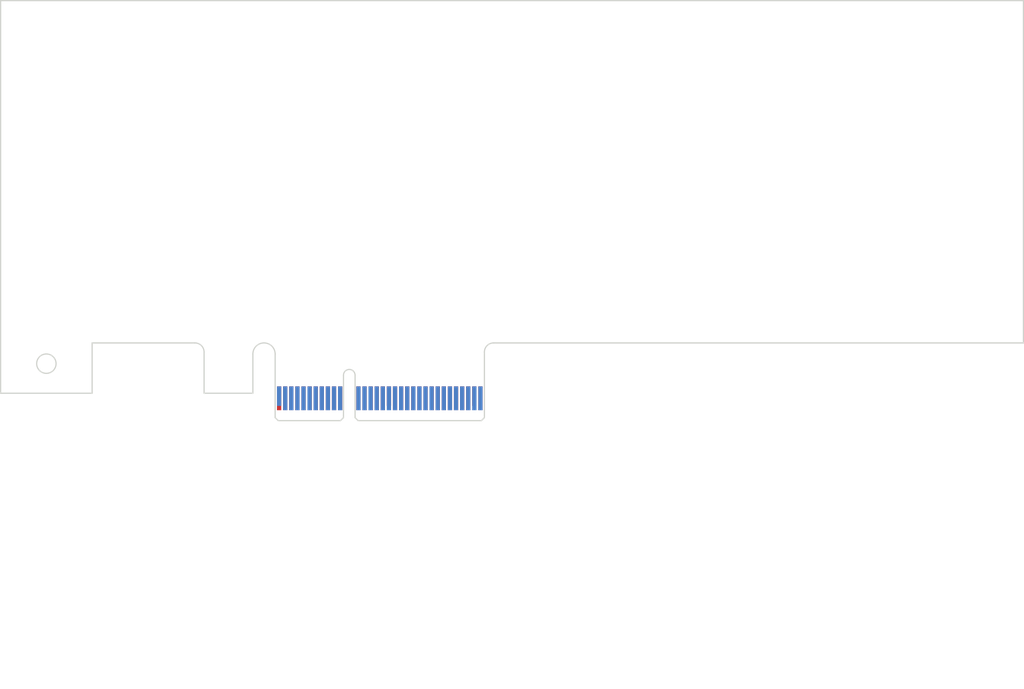
<source format=kicad_pcb>
(kicad_pcb (version 20211014) (generator pcbnew)
  (layers (0 "F.Cu" signal) (31 "B.Cu" signal) (34 "B.Paste" user) (35 "F.Paste" user) (36 "B.SilkS" user "B.Silkscreen") (37 "F.SilkS" user "F.Silkscreen") (38 "B.Mask" user) (39 "F.Mask" user) (44 "Edge.Cuts" user))
  (net 0 "")
  (net 1 "/~{PRSNT}")
  (net 2 "/+12V")
  (net 3 "GND")
  (net 4 "/JTAG_TCK")
  (net 5 "/JTAG_TDI")
  (net 6 "/JTAG_TDO")
  (net 7 "/JTAG_TMS")
  (net 8 "/+3V3")
  (net 9 "/~{PERST}")
  (net 10 "/RefClk_P")
  (net 11 "/RefClk_N")
  (net 12 "/PER0_P")
  (net 13 "/PER0_N")
  (net 14 "/SMCLK")
  (net 15 "/SMDAT")
  (net 16 "/+3V3_aux")
  (net 17 "/~{Wake}")
  (net 18 "/~{CLKREQ}")
  (net 19 "/PET0_P")
  (net 20 "/PET0_N")
  (net 22 "/PER1_P")
  (net 23 "/PER1_N")
  (net 24 "/PER2_P")
  (net 25 "/PER2_N")
  (net 26 "/PER3_P")
  (net 27 "/PER3_N")
  (net 29 "/~{JTAG_TRST}")
  (net 31 "/PET1_P")
  (net 32 "/PET1_N")
  (net 33 "/PET2_P")
  (net 34 "/PET2_N")
  (net 35 "/PET3_P")
  (net 36 "/PET3_N")
  (footprint "Connector_PCIe:PCIe_x4_GoldFinger" (layer "B.Cu") (at 105.525 125.485 180)
    (fp_text reference "P1" hide)
    (fp_text value "PCIe_x4_Goldfinger")
    (pad "A1" smd rect locked (at 11.5 2.355 180) (size 0.7 3.2) (layers "B.Cu" "B.Mask") (net 1 "/~{PRSNT}"))
    (pad "A2" smd rect locked (at 10.5 2 180) (size 0.7 3.91) (layers "B.Cu" "B.Mask") (net 2 "/+12V"))
    (pad "A3" smd rect locked (at 9.5 2 180) (size 0.7 3.91) (layers "B.Cu" "B.Mask") (net 2 "/+12V"))
    (pad "A4" smd rect locked (at 8.5 2 180) (size 0.7 3.91) (layers "B.Cu" "B.Mask") (net 3 "GND"))
    (pad "A5" smd rect locked (at 7.5 2 180) (size 0.7 3.91) (layers "B.Cu" "B.Mask") (net 4 "/JTAG_TCK"))
    (pad "A6" smd rect locked (at 6.5 2 180) (size 0.7 3.91) (layers "B.Cu" "B.Mask") (net 5 "/JTAG_TDI"))
    (pad "A7" smd rect locked (at 5.5 2 180) (size 0.7 3.91) (layers "B.Cu" "B.Mask") (net 6 "/JTAG_TDO"))
    (pad "A8" smd rect locked (at 4.5 2 180) (size 0.7 3.91) (layers "B.Cu" "B.Mask") (net 7 "/JTAG_TMS"))
    (pad "A9" smd rect locked (at 3.5 2 180) (size 0.7 3.91) (layers "B.Cu" "B.Mask") (net 8 "/+3V3"))
    (pad "A10" smd rect locked (at 2.5 2 180) (size 0.7 3.91) (layers "B.Cu" "B.Mask") (net 8 "/+3V3"))
    (pad "A11" smd rect locked (at 1.5 2 180) (size 0.7 3.91) (layers "B.Cu" "B.Mask") (net 9 "/~{PERST}"))
    (pad "A12" smd rect locked (at -1.5 2 180) (size 0.7 3.91) (layers "B.Cu" "B.Mask") (net 3 "GND"))
    (pad "A13" smd rect locked (at -2.5 2 180) (size 0.7 3.91) (layers "B.Cu" "B.Mask") (net 10 "/RefClk_P"))
    (pad "A14" smd rect locked (at -3.5 2 180) (size 0.7 3.91) (layers "B.Cu" "B.Mask") (net 11 "/RefClk_N"))
    (pad "A15" smd rect locked (at -4.5 2 180) (size 0.7 3.91) (layers "B.Cu" "B.Mask") (net 3 "GND"))
    (pad "A16" smd rect locked (at -5.5 2 180) (size 0.7 3.91) (layers "B.Cu" "B.Mask") (net 12 "/PER0_P"))
    (pad "A17" smd rect locked (at -6.5 2 180) (size 0.7 3.91) (layers "B.Cu" "B.Mask") (net 13 "/PER0_N"))
    (pad "A18" smd rect locked (at -7.5 2 180) (size 0.7 3.91) (layers "B.Cu" "B.Mask") (net 3 "GND"))
    (pad "A19" smd rect locked (at -8.5 2 180) (size 0.7 3.91) (layers "B.Cu" "B.Mask"))
    (pad "A20" smd rect locked (at -9.5 2 180) (size 0.7 3.91) (layers "B.Cu" "B.Mask") (net 3 "GND"))
    (pad "A21" smd rect locked (at -10.5 2 180) (size 0.7 3.91) (layers "B.Cu" "B.Mask") (net 22 "/PER1_P"))
    (pad "A22" smd rect locked (at -11.5 2 180) (size 0.7 3.91) (layers "B.Cu" "B.Mask") (net 23 "/PER1_N"))
    (pad "A23" smd rect locked (at -12.5 2 180) (size 0.7 3.91) (layers "B.Cu" "B.Mask") (net 3 "GND"))
    (pad "A24" smd rect locked (at -13.5 2 180) (size 0.7 3.91) (layers "B.Cu" "B.Mask") (net 3 "GND"))
    (pad "A25" smd rect locked (at -14.5 2 180) (size 0.7 3.91) (layers "B.Cu" "B.Mask") (net 24 "/PER2_P"))
    (pad "A26" smd rect locked (at -15.5 2 180) (size 0.7 3.91) (layers "B.Cu" "B.Mask") (net 25 "/PER2_N"))
    (pad "A27" smd rect locked (at -16.5 2 180) (size 0.7 3.91) (layers "B.Cu" "B.Mask") (net 3 "GND"))
    (pad "A28" smd rect locked (at -17.5 2 180) (size 0.7 3.91) (layers "B.Cu" "B.Mask") (net 3 "GND"))
    (pad "A29" smd rect locked (at -18.5 2 180) (size 0.7 3.91) (layers "B.Cu" "B.Mask") (net 26 "/PER3_P"))
    (pad "A30" smd rect locked (at -19.5 2 180) (size 0.7 3.91) (layers "B.Cu" "B.Mask") (net 27 "/PER3_N"))
    (pad "A31" smd rect locked (at -20.5 2 180) (size 0.7 3.91) (layers "B.Cu" "B.Mask") (net 3 "GND"))
    (pad "A32" smd rect locked (at -21.5 2 180) (size 0.7 3.91) (layers "B.Cu" "B.Mask"))
    (pad "B1" smd rect locked (at 11.5 2 180) (size 0.7 3.91) (layers "F.Cu" "F.Mask") (net 2 "/+12V"))
    (pad "B2" smd rect locked (at 10.5 2 180) (size 0.7 3.91) (layers "F.Cu" "F.Mask") (net 2 "/+12V"))
    (pad "B3" smd rect locked (at 9.5 2 180) (size 0.7 3.91) (layers "F.Cu" "F.Mask") (net 2 "/+12V"))
    (pad "B4" smd rect locked (at 8.5 2 180) (size 0.7 3.91) (layers "F.Cu" "F.Mask") (net 3 "GND"))
    (pad "B5" smd rect locked (at 7.5 2 180) (size 0.7 3.91) (layers "F.Cu" "F.Mask") (net 14 "/SMCLK"))
    (pad "B6" smd rect locked (at 6.5 2 180) (size 0.7 3.91) (layers "F.Cu" "F.Mask") (net 15 "/SMDAT"))
    (pad "B7" smd rect locked (at 5.5 2 180) (size 0.7 3.91) (layers "F.Cu" "F.Mask") (net 3 "GND"))
    (pad "B8" smd rect locked (at 4.5 2 180) (size 0.7 3.91) (layers "F.Cu" "F.Mask") (net 8 "/+3V3"))
    (pad "B9" smd rect locked (at 3.5 2 180) (size 0.7 3.91) (layers "F.Cu" "F.Mask") (net 29 "/~{JTAG_TRST}"))
    (pad "B10" smd rect locked (at 2.5 2 180) (size 0.7 3.91) (layers "F.Cu" "F.Mask") (net 16 "/+3V3_aux"))
    (pad "B11" smd rect locked (at 1.5 2 180) (size 0.7 3.91) (layers "F.Cu" "F.Mask") (net 17 "/~{Wake}"))
    (pad "B12" smd rect locked (at -1.5 2 180) (size 0.7 3.91) (layers "F.Cu" "F.Mask") (net 18 "/~{CLKREQ}"))
    (pad "B13" smd rect locked (at -2.5 2 180) (size 0.7 3.91) (layers "F.Cu" "F.Mask") (net 3 "GND"))
    (pad "B14" smd rect locked (at -3.5 2 180) (size 0.7 3.91) (layers "F.Cu" "F.Mask") (net 19 "/PET0_P"))
    (pad "B15" smd rect locked (at -4.5 2 180) (size 0.7 3.91) (layers "F.Cu" "F.Mask") (net 20 "/PET0_N"))
    (pad "B16" smd rect locked (at -5.5 2 180) (size 0.7 3.91) (layers "F.Cu" "F.Mask") (net 3 "GND"))
    (pad "B17" smd rect locked (at -6.5 2.355 180) (size 0.7 3.2) (layers "F.Cu" "F.Mask"))
    (pad "B18" smd rect locked (at -7.5 2 180) (size 0.7 3.91) (layers "F.Cu" "F.Mask") (net 3 "GND"))
    (pad "B19" smd rect locked (at -8.5 2 180) (size 0.7 3.91) (layers "F.Cu" "F.Mask") (net 31 "/PET1_P"))
    (pad "B20" smd rect locked (at -9.5 2 180) (size 0.7 3.91) (layers "F.Cu" "F.Mask") (net 32 "/PET1_N"))
    (pad "B21" smd rect locked (at -10.5 2 180) (size 0.7 3.91) (layers "F.Cu" "F.Mask") (net 3 "GND"))
    (pad "B22" smd rect locked (at -11.5 2 180) (size 0.7 3.91) (layers "F.Cu" "F.Mask") (net 3 "GND"))
    (pad "B23" smd rect locked (at -12.5 2 180) (size 0.7 3.91) (layers "F.Cu" "F.Mask") (net 33 "/PET2_P"))
    (pad "B24" smd rect locked (at -13.5 2 180) (size 0.7 3.91) (layers "F.Cu" "F.Mask") (net 34 "/PET2_N"))
    (pad "B25" smd rect locked (at -14.5 2 180) (size 0.7 3.91) (layers "F.Cu" "F.Mask") (net 3 "GND"))
    (pad "B26" smd rect locked (at -15.5 2 180) (size 0.7 3.91) (layers "F.Cu" "F.Mask") (net 3 "GND"))
    (pad "B27" smd rect locked (at -16.5 2 180) (size 0.7 3.91) (layers "F.Cu" "F.Mask") (net 35 "/PET3_P"))
    (pad "B28" smd rect locked (at -17.5 2 180) (size 0.7 3.91) (layers "F.Cu" "F.Mask") (net 36 "/PET3_N"))
    (pad "B29" smd rect locked (at -18.5 2 180) (size 0.7 3.91) (layers "F.Cu" "F.Mask") (net 3 "GND"))
    (pad "B30" smd rect locked (at -19.5 2 180) (size 0.7 3.91) (layers "F.Cu" "F.Mask"))
    (pad "B31" smd rect locked (at -20.5 2.355 180) (size 0.7 3.2) (layers "F.Cu" "F.Mask") (net 1 "/~{PRSNT}"))
    (pad "B32" smd rect locked (at -21.5 2 180) (size 0.7 3.91) (layers "F.Cu" "F.Mask") (net 3 "GND"))
  )
  (gr_arc locked (start 104.575 119.7) (mid 105.525 118.75) (end 106.475 119.7) (layer "Edge.Cuts") (width 0.2))
  (gr_line locked (start 106.475 126.65) (end 106.475 119.7) (layer "Edge.Cuts") (width 0.2))
  (gr_arc locked (start 127.675 115.9) (mid 128.11434 114.83934) (end 129.175 114.4) (layer "Edge.Cuts") (width 0.2))
  (gr_line locked (start 63.375 122.65) (end 48.375 122.65) (layer "Edge.Cuts") (width 0.2))
  (gr_line locked (start 93.375 116.225) (end 93.375 126.65) (layer "Edge.Cuts") (width 0.2))
  (gr_line locked (start 104.575 126.65) (end 104.575 119.7) (layer "Edge.Cuts") (width 0.2))
  (gr_line locked (start 89.725 122.65) (end 89.725 116.225) (layer "Edge.Cuts") (width 0.2))
  (gr_circle locked (center 55.875 117.8) (end 57.465 117.8) (layer "Edge.Cuts") (width 0.2) (fill none))
  (gr_line locked (start 81.725 115.9) (end 81.725 122.65) (layer "Edge.Cuts") (width 0.2))
  (gr_line locked (start 127.175 127.15) (end 127.675 126.65) (layer "Edge.Cuts") (width 0.2))
  (gr_line locked (start 63.375 114.4) (end 80.225 114.4) (layer "Edge.Cuts") (width 0.2))
  (gr_arc locked (start 89.725 116.225) (mid 91.55 114.4) (end 93.375 116.225) (layer "Edge.Cuts") (width 0.2))
  (gr_line locked (start 127.675 126.65) (end 127.675 115.9) (layer "Edge.Cuts") (width 0.2))
  (gr_line locked (start 104.075 127.15) (end 104.575 126.65) (layer "Edge.Cuts") (width 0.2))
  (gr_line locked (start 216.025 114.4) (end 216.025 58.25) (layer "Edge.Cuts") (width 0.2))
  (gr_line locked (start 106.975 127.15) (end 127.175 127.15) (layer "Edge.Cuts") (width 0.2))
  (gr_line locked (start 63.375 114.4) (end 63.375 122.65) (layer "Edge.Cuts") (width 0.2))
  (gr_line locked (start 93.875 127.15) (end 104.075 127.15) (layer "Edge.Cuts") (width 0.2))
  (gr_line locked (start 216.025 58.25) (end 48.375 58.25) (layer "Edge.Cuts") (width 0.2))
  (gr_line locked (start 129.175 114.4) (end 216.025 114.4) (layer "Edge.Cuts") (width 0.2))
  (gr_line locked (start 48.375 58.25) (end 48.375 122.65) (layer "Edge.Cuts") (width 0.2))
  (gr_line locked (start 106.475 126.65) (end 106.975 127.15) (layer "Edge.Cuts") (width 0.2))
  (gr_line locked (start 81.725 122.65) (end 89.725 122.65) (layer "Edge.Cuts") (width 0.2))
  (gr_line locked (start 93.375 126.65) (end 93.875 127.15) (layer "Edge.Cuts") (width 0.2))
  (gr_arc locked (start 80.225 114.4) (mid 81.28566 114.83934) (end 81.725 115.9) (layer "Edge.Cuts") (width 0.2))
)
</source>
